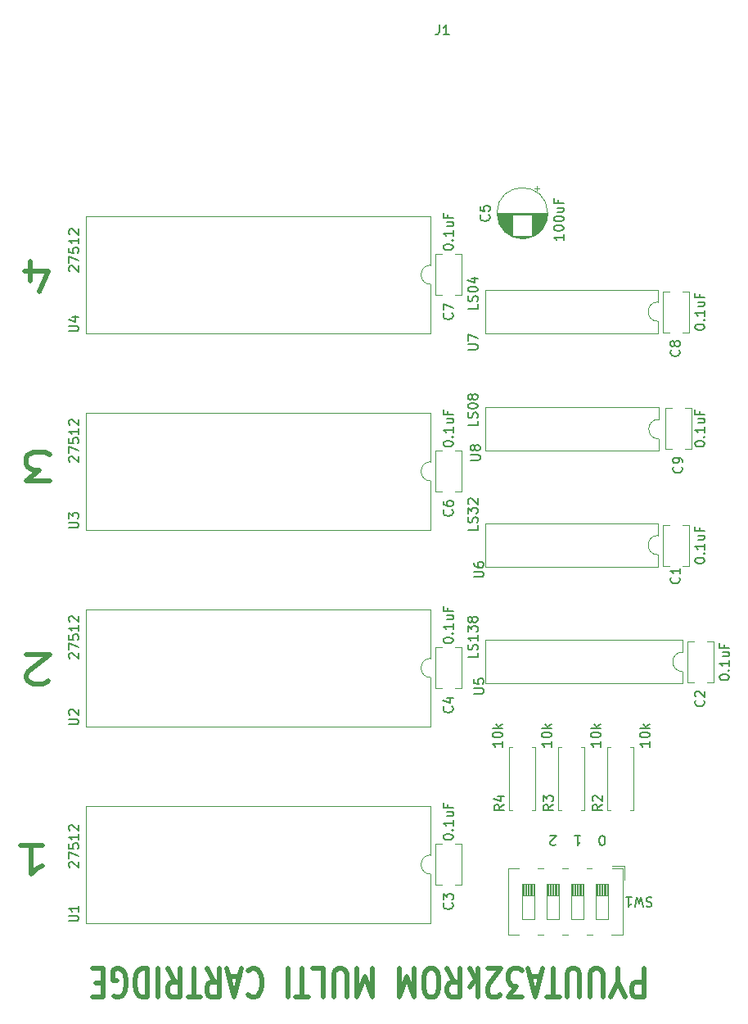
<source format=gto>
G04 #@! TF.GenerationSoftware,KiCad,Pcbnew,(5.1.9)-1*
G04 #@! TF.CreationDate,2025-03-23T14:15:07+09:00*
G04 #@! TF.ProjectId,PYUUTA32k,50595555-5441-4333-926b-2e6b69636164,rev?*
G04 #@! TF.SameCoordinates,PX53920b0PY93c3260*
G04 #@! TF.FileFunction,Legend,Top*
G04 #@! TF.FilePolarity,Positive*
%FSLAX46Y46*%
G04 Gerber Fmt 4.6, Leading zero omitted, Abs format (unit mm)*
G04 Created by KiCad (PCBNEW (5.1.9)-1) date 2025-03-23 14:15:07*
%MOMM*%
%LPD*%
G01*
G04 APERTURE LIST*
%ADD10C,0.150000*%
%ADD11C,0.500000*%
%ADD12C,0.120000*%
G04 APERTURE END LIST*
D10*
X50617380Y73175953D02*
X50617380Y72699762D01*
X49617380Y72699762D01*
X50569761Y73461667D02*
X50617380Y73604524D01*
X50617380Y73842620D01*
X50569761Y73937858D01*
X50522142Y73985477D01*
X50426904Y74033096D01*
X50331666Y74033096D01*
X50236428Y73985477D01*
X50188809Y73937858D01*
X50141190Y73842620D01*
X50093571Y73652143D01*
X50045952Y73556905D01*
X49998333Y73509286D01*
X49903095Y73461667D01*
X49807857Y73461667D01*
X49712619Y73509286D01*
X49665000Y73556905D01*
X49617380Y73652143D01*
X49617380Y73890239D01*
X49665000Y74033096D01*
X49617380Y74652143D02*
X49617380Y74747381D01*
X49665000Y74842620D01*
X49712619Y74890239D01*
X49807857Y74937858D01*
X49998333Y74985477D01*
X50236428Y74985477D01*
X50426904Y74937858D01*
X50522142Y74890239D01*
X50569761Y74842620D01*
X50617380Y74747381D01*
X50617380Y74652143D01*
X50569761Y74556905D01*
X50522142Y74509286D01*
X50426904Y74461667D01*
X50236428Y74414048D01*
X49998333Y74414048D01*
X49807857Y74461667D01*
X49712619Y74509286D01*
X49665000Y74556905D01*
X49617380Y74652143D01*
X49950714Y75842620D02*
X50617380Y75842620D01*
X49569761Y75604524D02*
X50284047Y75366429D01*
X50284047Y75985477D01*
X50617380Y61110953D02*
X50617380Y60634762D01*
X49617380Y60634762D01*
X50569761Y61396667D02*
X50617380Y61539524D01*
X50617380Y61777620D01*
X50569761Y61872858D01*
X50522142Y61920477D01*
X50426904Y61968096D01*
X50331666Y61968096D01*
X50236428Y61920477D01*
X50188809Y61872858D01*
X50141190Y61777620D01*
X50093571Y61587143D01*
X50045952Y61491905D01*
X49998333Y61444286D01*
X49903095Y61396667D01*
X49807857Y61396667D01*
X49712619Y61444286D01*
X49665000Y61491905D01*
X49617380Y61587143D01*
X49617380Y61825239D01*
X49665000Y61968096D01*
X49617380Y62587143D02*
X49617380Y62682381D01*
X49665000Y62777620D01*
X49712619Y62825239D01*
X49807857Y62872858D01*
X49998333Y62920477D01*
X50236428Y62920477D01*
X50426904Y62872858D01*
X50522142Y62825239D01*
X50569761Y62777620D01*
X50617380Y62682381D01*
X50617380Y62587143D01*
X50569761Y62491905D01*
X50522142Y62444286D01*
X50426904Y62396667D01*
X50236428Y62349048D01*
X49998333Y62349048D01*
X49807857Y62396667D01*
X49712619Y62444286D01*
X49665000Y62491905D01*
X49617380Y62587143D01*
X50045952Y63491905D02*
X49998333Y63396667D01*
X49950714Y63349048D01*
X49855476Y63301429D01*
X49807857Y63301429D01*
X49712619Y63349048D01*
X49665000Y63396667D01*
X49617380Y63491905D01*
X49617380Y63682381D01*
X49665000Y63777620D01*
X49712619Y63825239D01*
X49807857Y63872858D01*
X49855476Y63872858D01*
X49950714Y63825239D01*
X49998333Y63777620D01*
X50045952Y63682381D01*
X50045952Y63491905D01*
X50093571Y63396667D01*
X50141190Y63349048D01*
X50236428Y63301429D01*
X50426904Y63301429D01*
X50522142Y63349048D01*
X50569761Y63396667D01*
X50617380Y63491905D01*
X50617380Y63682381D01*
X50569761Y63777620D01*
X50522142Y63825239D01*
X50426904Y63872858D01*
X50236428Y63872858D01*
X50141190Y63825239D01*
X50093571Y63777620D01*
X50045952Y63682381D01*
X73112380Y70747143D02*
X73112380Y70842381D01*
X73160000Y70937620D01*
X73207619Y70985239D01*
X73302857Y71032858D01*
X73493333Y71080477D01*
X73731428Y71080477D01*
X73921904Y71032858D01*
X74017142Y70985239D01*
X74064761Y70937620D01*
X74112380Y70842381D01*
X74112380Y70747143D01*
X74064761Y70651905D01*
X74017142Y70604286D01*
X73921904Y70556667D01*
X73731428Y70509048D01*
X73493333Y70509048D01*
X73302857Y70556667D01*
X73207619Y70604286D01*
X73160000Y70651905D01*
X73112380Y70747143D01*
X74017142Y71509048D02*
X74064761Y71556667D01*
X74112380Y71509048D01*
X74064761Y71461429D01*
X74017142Y71509048D01*
X74112380Y71509048D01*
X74112380Y72509048D02*
X74112380Y71937620D01*
X74112380Y72223334D02*
X73112380Y72223334D01*
X73255238Y72128096D01*
X73350476Y72032858D01*
X73398095Y71937620D01*
X73445714Y73366191D02*
X74112380Y73366191D01*
X73445714Y72937620D02*
X73969523Y72937620D01*
X74064761Y72985239D01*
X74112380Y73080477D01*
X74112380Y73223334D01*
X74064761Y73318572D01*
X74017142Y73366191D01*
X73588571Y74175715D02*
X73588571Y73842381D01*
X74112380Y73842381D02*
X73112380Y73842381D01*
X73112380Y74318572D01*
X73112380Y58682143D02*
X73112380Y58777381D01*
X73160000Y58872620D01*
X73207619Y58920239D01*
X73302857Y58967858D01*
X73493333Y59015477D01*
X73731428Y59015477D01*
X73921904Y58967858D01*
X74017142Y58920239D01*
X74064761Y58872620D01*
X74112380Y58777381D01*
X74112380Y58682143D01*
X74064761Y58586905D01*
X74017142Y58539286D01*
X73921904Y58491667D01*
X73731428Y58444048D01*
X73493333Y58444048D01*
X73302857Y58491667D01*
X73207619Y58539286D01*
X73160000Y58586905D01*
X73112380Y58682143D01*
X74017142Y59444048D02*
X74064761Y59491667D01*
X74112380Y59444048D01*
X74064761Y59396429D01*
X74017142Y59444048D01*
X74112380Y59444048D01*
X74112380Y60444048D02*
X74112380Y59872620D01*
X74112380Y60158334D02*
X73112380Y60158334D01*
X73255238Y60063096D01*
X73350476Y59967858D01*
X73398095Y59872620D01*
X73445714Y61301191D02*
X74112380Y61301191D01*
X73445714Y60872620D02*
X73969523Y60872620D01*
X74064761Y60920239D01*
X74112380Y61015477D01*
X74112380Y61158334D01*
X74064761Y61253572D01*
X74017142Y61301191D01*
X73588571Y62110715D02*
X73588571Y61777381D01*
X74112380Y61777381D02*
X73112380Y61777381D01*
X73112380Y62253572D01*
D11*
X67846190Y4532143D02*
X67846190Y1532143D01*
X66970000Y1532143D01*
X66750952Y1675000D01*
X66641428Y1817858D01*
X66531904Y2103572D01*
X66531904Y2532143D01*
X66641428Y2817858D01*
X66750952Y2960715D01*
X66970000Y3103572D01*
X67846190Y3103572D01*
X65108095Y3103572D02*
X65108095Y4532143D01*
X65874761Y1532143D02*
X65108095Y3103572D01*
X64341428Y1532143D01*
X63574761Y1532143D02*
X63574761Y3960715D01*
X63465238Y4246429D01*
X63355714Y4389286D01*
X63136666Y4532143D01*
X62698571Y4532143D01*
X62479523Y4389286D01*
X62370000Y4246429D01*
X62260476Y3960715D01*
X62260476Y1532143D01*
X61165238Y1532143D02*
X61165238Y3960715D01*
X61055714Y4246429D01*
X60946190Y4389286D01*
X60727142Y4532143D01*
X60289047Y4532143D01*
X60070000Y4389286D01*
X59960476Y4246429D01*
X59850952Y3960715D01*
X59850952Y1532143D01*
X59084285Y1532143D02*
X57770000Y1532143D01*
X58427142Y4532143D02*
X58427142Y1532143D01*
X57112857Y3675000D02*
X56017619Y3675000D01*
X57331904Y4532143D02*
X56565238Y1532143D01*
X55798571Y4532143D01*
X55250952Y1532143D02*
X53827142Y1532143D01*
X54593809Y2675000D01*
X54265238Y2675000D01*
X54046190Y2817858D01*
X53936666Y2960715D01*
X53827142Y3246429D01*
X53827142Y3960715D01*
X53936666Y4246429D01*
X54046190Y4389286D01*
X54265238Y4532143D01*
X54922380Y4532143D01*
X55141428Y4389286D01*
X55250952Y4246429D01*
X52950952Y1817858D02*
X52841428Y1675000D01*
X52622380Y1532143D01*
X52074761Y1532143D01*
X51855714Y1675000D01*
X51746190Y1817858D01*
X51636666Y2103572D01*
X51636666Y2389286D01*
X51746190Y2817858D01*
X53060476Y4532143D01*
X51636666Y4532143D01*
X50650952Y4532143D02*
X50650952Y1532143D01*
X50431904Y3389286D02*
X49774761Y4532143D01*
X49774761Y2532143D02*
X50650952Y3675000D01*
X47474761Y4532143D02*
X48241428Y3103572D01*
X48789047Y4532143D02*
X48789047Y1532143D01*
X47912857Y1532143D01*
X47693809Y1675000D01*
X47584285Y1817858D01*
X47474761Y2103572D01*
X47474761Y2532143D01*
X47584285Y2817858D01*
X47693809Y2960715D01*
X47912857Y3103572D01*
X48789047Y3103572D01*
X46050952Y1532143D02*
X45612857Y1532143D01*
X45393809Y1675000D01*
X45174761Y1960715D01*
X45065238Y2532143D01*
X45065238Y3532143D01*
X45174761Y4103572D01*
X45393809Y4389286D01*
X45612857Y4532143D01*
X46050952Y4532143D01*
X46270000Y4389286D01*
X46489047Y4103572D01*
X46598571Y3532143D01*
X46598571Y2532143D01*
X46489047Y1960715D01*
X46270000Y1675000D01*
X46050952Y1532143D01*
X44079523Y4532143D02*
X44079523Y1532143D01*
X43312857Y3675000D01*
X42546190Y1532143D01*
X42546190Y4532143D01*
X39698571Y4532143D02*
X39698571Y1532143D01*
X38931904Y3675000D01*
X38165238Y1532143D01*
X38165238Y4532143D01*
X37070000Y1532143D02*
X37070000Y3960715D01*
X36960476Y4246429D01*
X36850952Y4389286D01*
X36631904Y4532143D01*
X36193809Y4532143D01*
X35974761Y4389286D01*
X35865238Y4246429D01*
X35755714Y3960715D01*
X35755714Y1532143D01*
X33565238Y4532143D02*
X34660476Y4532143D01*
X34660476Y1532143D01*
X33127142Y1532143D02*
X31812857Y1532143D01*
X32470000Y4532143D02*
X32470000Y1532143D01*
X31046190Y4532143D02*
X31046190Y1532143D01*
X26884285Y4246429D02*
X26993809Y4389286D01*
X27322380Y4532143D01*
X27541428Y4532143D01*
X27870000Y4389286D01*
X28089047Y4103572D01*
X28198571Y3817858D01*
X28308095Y3246429D01*
X28308095Y2817858D01*
X28198571Y2246429D01*
X28089047Y1960715D01*
X27870000Y1675000D01*
X27541428Y1532143D01*
X27322380Y1532143D01*
X26993809Y1675000D01*
X26884285Y1817858D01*
X26008095Y3675000D02*
X24912857Y3675000D01*
X26227142Y4532143D02*
X25460476Y1532143D01*
X24693809Y4532143D01*
X22612857Y4532143D02*
X23379523Y3103572D01*
X23927142Y4532143D02*
X23927142Y1532143D01*
X23050952Y1532143D01*
X22831904Y1675000D01*
X22722380Y1817858D01*
X22612857Y2103572D01*
X22612857Y2532143D01*
X22722380Y2817858D01*
X22831904Y2960715D01*
X23050952Y3103572D01*
X23927142Y3103572D01*
X21955714Y1532143D02*
X20641428Y1532143D01*
X21298571Y4532143D02*
X21298571Y1532143D01*
X18560476Y4532143D02*
X19327142Y3103572D01*
X19874761Y4532143D02*
X19874761Y1532143D01*
X18998571Y1532143D01*
X18779523Y1675000D01*
X18670000Y1817858D01*
X18560476Y2103572D01*
X18560476Y2532143D01*
X18670000Y2817858D01*
X18779523Y2960715D01*
X18998571Y3103572D01*
X19874761Y3103572D01*
X17574761Y4532143D02*
X17574761Y1532143D01*
X16479523Y4532143D02*
X16479523Y1532143D01*
X15931904Y1532143D01*
X15603333Y1675000D01*
X15384285Y1960715D01*
X15274761Y2246429D01*
X15165238Y2817858D01*
X15165238Y3246429D01*
X15274761Y3817858D01*
X15384285Y4103572D01*
X15603333Y4389286D01*
X15931904Y4532143D01*
X16479523Y4532143D01*
X12974761Y1675000D02*
X13193809Y1532143D01*
X13522380Y1532143D01*
X13850952Y1675000D01*
X14070000Y1960715D01*
X14179523Y2246429D01*
X14289047Y2817858D01*
X14289047Y3246429D01*
X14179523Y3817858D01*
X14070000Y4103572D01*
X13850952Y4389286D01*
X13522380Y4532143D01*
X13303333Y4532143D01*
X12974761Y4389286D01*
X12865238Y4246429D01*
X12865238Y3246429D01*
X13303333Y3246429D01*
X11879523Y2960715D02*
X11112857Y2960715D01*
X10784285Y4532143D02*
X11879523Y4532143D01*
X11879523Y1532143D01*
X10784285Y1532143D01*
X4318095Y75557143D02*
X4318095Y77557143D01*
X5270476Y74414286D02*
X6222857Y76557143D01*
X3746666Y76557143D01*
X6413333Y54872143D02*
X3937142Y54872143D01*
X5270476Y56015000D01*
X4699047Y56015000D01*
X4318095Y56157858D01*
X4127619Y56300715D01*
X3937142Y56586429D01*
X3937142Y57300715D01*
X4127619Y57586429D01*
X4318095Y57729286D01*
X4699047Y57872143D01*
X5841904Y57872143D01*
X6222857Y57729286D01*
X6413333Y57586429D01*
X6222857Y34202858D02*
X6032380Y34060000D01*
X5651428Y33917143D01*
X4699047Y33917143D01*
X4318095Y34060000D01*
X4127619Y34202858D01*
X3937142Y34488572D01*
X3937142Y34774286D01*
X4127619Y35202858D01*
X6413333Y36917143D01*
X3937142Y36917143D01*
X3302142Y17232143D02*
X5587857Y17232143D01*
X4445000Y17232143D02*
X4445000Y14232143D01*
X4825952Y14660715D01*
X5206904Y14946429D01*
X5587857Y15089286D01*
D10*
X50617380Y37139762D02*
X50617380Y36663572D01*
X49617380Y36663572D01*
X50569761Y37425477D02*
X50617380Y37568334D01*
X50617380Y37806429D01*
X50569761Y37901667D01*
X50522142Y37949286D01*
X50426904Y37996905D01*
X50331666Y37996905D01*
X50236428Y37949286D01*
X50188809Y37901667D01*
X50141190Y37806429D01*
X50093571Y37615953D01*
X50045952Y37520715D01*
X49998333Y37473096D01*
X49903095Y37425477D01*
X49807857Y37425477D01*
X49712619Y37473096D01*
X49665000Y37520715D01*
X49617380Y37615953D01*
X49617380Y37854048D01*
X49665000Y37996905D01*
X50617380Y38949286D02*
X50617380Y38377858D01*
X50617380Y38663572D02*
X49617380Y38663572D01*
X49760238Y38568334D01*
X49855476Y38473096D01*
X49903095Y38377858D01*
X49617380Y39282620D02*
X49617380Y39901667D01*
X49998333Y39568334D01*
X49998333Y39711191D01*
X50045952Y39806429D01*
X50093571Y39854048D01*
X50188809Y39901667D01*
X50426904Y39901667D01*
X50522142Y39854048D01*
X50569761Y39806429D01*
X50617380Y39711191D01*
X50617380Y39425477D01*
X50569761Y39330239D01*
X50522142Y39282620D01*
X50045952Y40473096D02*
X49998333Y40377858D01*
X49950714Y40330239D01*
X49855476Y40282620D01*
X49807857Y40282620D01*
X49712619Y40330239D01*
X49665000Y40377858D01*
X49617380Y40473096D01*
X49617380Y40663572D01*
X49665000Y40758810D01*
X49712619Y40806429D01*
X49807857Y40854048D01*
X49855476Y40854048D01*
X49950714Y40806429D01*
X49998333Y40758810D01*
X50045952Y40663572D01*
X50045952Y40473096D01*
X50093571Y40377858D01*
X50141190Y40330239D01*
X50236428Y40282620D01*
X50426904Y40282620D01*
X50522142Y40330239D01*
X50569761Y40377858D01*
X50617380Y40473096D01*
X50617380Y40663572D01*
X50569761Y40758810D01*
X50522142Y40806429D01*
X50426904Y40854048D01*
X50236428Y40854048D01*
X50141190Y40806429D01*
X50093571Y40758810D01*
X50045952Y40663572D01*
X50617380Y50315953D02*
X50617380Y49839762D01*
X49617380Y49839762D01*
X50569761Y50601667D02*
X50617380Y50744524D01*
X50617380Y50982620D01*
X50569761Y51077858D01*
X50522142Y51125477D01*
X50426904Y51173096D01*
X50331666Y51173096D01*
X50236428Y51125477D01*
X50188809Y51077858D01*
X50141190Y50982620D01*
X50093571Y50792143D01*
X50045952Y50696905D01*
X49998333Y50649286D01*
X49903095Y50601667D01*
X49807857Y50601667D01*
X49712619Y50649286D01*
X49665000Y50696905D01*
X49617380Y50792143D01*
X49617380Y51030239D01*
X49665000Y51173096D01*
X49617380Y51506429D02*
X49617380Y52125477D01*
X49998333Y51792143D01*
X49998333Y51935000D01*
X50045952Y52030239D01*
X50093571Y52077858D01*
X50188809Y52125477D01*
X50426904Y52125477D01*
X50522142Y52077858D01*
X50569761Y52030239D01*
X50617380Y51935000D01*
X50617380Y51649286D01*
X50569761Y51554048D01*
X50522142Y51506429D01*
X49712619Y52506429D02*
X49665000Y52554048D01*
X49617380Y52649286D01*
X49617380Y52887381D01*
X49665000Y52982620D01*
X49712619Y53030239D01*
X49807857Y53077858D01*
X49903095Y53077858D01*
X50045952Y53030239D01*
X50617380Y52458810D01*
X50617380Y53077858D01*
X8437619Y76549524D02*
X8390000Y76597143D01*
X8342380Y76692381D01*
X8342380Y76930477D01*
X8390000Y77025715D01*
X8437619Y77073334D01*
X8532857Y77120953D01*
X8628095Y77120953D01*
X8770952Y77073334D01*
X9342380Y76501905D01*
X9342380Y77120953D01*
X8342380Y77454286D02*
X8342380Y78120953D01*
X9342380Y77692381D01*
X8342380Y78978096D02*
X8342380Y78501905D01*
X8818571Y78454286D01*
X8770952Y78501905D01*
X8723333Y78597143D01*
X8723333Y78835239D01*
X8770952Y78930477D01*
X8818571Y78978096D01*
X8913809Y79025715D01*
X9151904Y79025715D01*
X9247142Y78978096D01*
X9294761Y78930477D01*
X9342380Y78835239D01*
X9342380Y78597143D01*
X9294761Y78501905D01*
X9247142Y78454286D01*
X9342380Y79978096D02*
X9342380Y79406667D01*
X9342380Y79692381D02*
X8342380Y79692381D01*
X8485238Y79597143D01*
X8580476Y79501905D01*
X8628095Y79406667D01*
X8437619Y80359048D02*
X8390000Y80406667D01*
X8342380Y80501905D01*
X8342380Y80740000D01*
X8390000Y80835239D01*
X8437619Y80882858D01*
X8532857Y80930477D01*
X8628095Y80930477D01*
X8770952Y80882858D01*
X9342380Y80311429D01*
X9342380Y80930477D01*
X8437619Y56864524D02*
X8390000Y56912143D01*
X8342380Y57007381D01*
X8342380Y57245477D01*
X8390000Y57340715D01*
X8437619Y57388334D01*
X8532857Y57435953D01*
X8628095Y57435953D01*
X8770952Y57388334D01*
X9342380Y56816905D01*
X9342380Y57435953D01*
X8342380Y57769286D02*
X8342380Y58435953D01*
X9342380Y58007381D01*
X8342380Y59293096D02*
X8342380Y58816905D01*
X8818571Y58769286D01*
X8770952Y58816905D01*
X8723333Y58912143D01*
X8723333Y59150239D01*
X8770952Y59245477D01*
X8818571Y59293096D01*
X8913809Y59340715D01*
X9151904Y59340715D01*
X9247142Y59293096D01*
X9294761Y59245477D01*
X9342380Y59150239D01*
X9342380Y58912143D01*
X9294761Y58816905D01*
X9247142Y58769286D01*
X9342380Y60293096D02*
X9342380Y59721667D01*
X9342380Y60007381D02*
X8342380Y60007381D01*
X8485238Y59912143D01*
X8580476Y59816905D01*
X8628095Y59721667D01*
X8437619Y60674048D02*
X8390000Y60721667D01*
X8342380Y60816905D01*
X8342380Y61055000D01*
X8390000Y61150239D01*
X8437619Y61197858D01*
X8532857Y61245477D01*
X8628095Y61245477D01*
X8770952Y61197858D01*
X9342380Y60626429D01*
X9342380Y61245477D01*
X8437619Y36544524D02*
X8390000Y36592143D01*
X8342380Y36687381D01*
X8342380Y36925477D01*
X8390000Y37020715D01*
X8437619Y37068334D01*
X8532857Y37115953D01*
X8628095Y37115953D01*
X8770952Y37068334D01*
X9342380Y36496905D01*
X9342380Y37115953D01*
X8342380Y37449286D02*
X8342380Y38115953D01*
X9342380Y37687381D01*
X8342380Y38973096D02*
X8342380Y38496905D01*
X8818571Y38449286D01*
X8770952Y38496905D01*
X8723333Y38592143D01*
X8723333Y38830239D01*
X8770952Y38925477D01*
X8818571Y38973096D01*
X8913809Y39020715D01*
X9151904Y39020715D01*
X9247142Y38973096D01*
X9294761Y38925477D01*
X9342380Y38830239D01*
X9342380Y38592143D01*
X9294761Y38496905D01*
X9247142Y38449286D01*
X9342380Y39973096D02*
X9342380Y39401667D01*
X9342380Y39687381D02*
X8342380Y39687381D01*
X8485238Y39592143D01*
X8580476Y39496905D01*
X8628095Y39401667D01*
X8437619Y40354048D02*
X8390000Y40401667D01*
X8342380Y40496905D01*
X8342380Y40735000D01*
X8390000Y40830239D01*
X8437619Y40877858D01*
X8532857Y40925477D01*
X8628095Y40925477D01*
X8770952Y40877858D01*
X9342380Y40306429D01*
X9342380Y40925477D01*
X8437619Y14954524D02*
X8390000Y15002143D01*
X8342380Y15097381D01*
X8342380Y15335477D01*
X8390000Y15430715D01*
X8437619Y15478334D01*
X8532857Y15525953D01*
X8628095Y15525953D01*
X8770952Y15478334D01*
X9342380Y14906905D01*
X9342380Y15525953D01*
X8342380Y15859286D02*
X8342380Y16525953D01*
X9342380Y16097381D01*
X8342380Y17383096D02*
X8342380Y16906905D01*
X8818571Y16859286D01*
X8770952Y16906905D01*
X8723333Y17002143D01*
X8723333Y17240239D01*
X8770952Y17335477D01*
X8818571Y17383096D01*
X8913809Y17430715D01*
X9151904Y17430715D01*
X9247142Y17383096D01*
X9294761Y17335477D01*
X9342380Y17240239D01*
X9342380Y17002143D01*
X9294761Y16906905D01*
X9247142Y16859286D01*
X9342380Y18383096D02*
X9342380Y17811667D01*
X9342380Y18097381D02*
X8342380Y18097381D01*
X8485238Y18002143D01*
X8580476Y17906905D01*
X8628095Y17811667D01*
X8437619Y18764048D02*
X8390000Y18811667D01*
X8342380Y18906905D01*
X8342380Y19145000D01*
X8390000Y19240239D01*
X8437619Y19287858D01*
X8532857Y19335477D01*
X8628095Y19335477D01*
X8770952Y19287858D01*
X9342380Y18716429D01*
X9342380Y19335477D01*
X68397380Y27979762D02*
X68397380Y27408334D01*
X68397380Y27694048D02*
X67397380Y27694048D01*
X67540238Y27598810D01*
X67635476Y27503572D01*
X67683095Y27408334D01*
X67397380Y28598810D02*
X67397380Y28694048D01*
X67445000Y28789286D01*
X67492619Y28836905D01*
X67587857Y28884524D01*
X67778333Y28932143D01*
X68016428Y28932143D01*
X68206904Y28884524D01*
X68302142Y28836905D01*
X68349761Y28789286D01*
X68397380Y28694048D01*
X68397380Y28598810D01*
X68349761Y28503572D01*
X68302142Y28455953D01*
X68206904Y28408334D01*
X68016428Y28360715D01*
X67778333Y28360715D01*
X67587857Y28408334D01*
X67492619Y28455953D01*
X67445000Y28503572D01*
X67397380Y28598810D01*
X68397380Y29360715D02*
X67397380Y29360715D01*
X68016428Y29455953D02*
X68397380Y29741667D01*
X67730714Y29741667D02*
X68111666Y29360715D01*
X63317380Y27979762D02*
X63317380Y27408334D01*
X63317380Y27694048D02*
X62317380Y27694048D01*
X62460238Y27598810D01*
X62555476Y27503572D01*
X62603095Y27408334D01*
X62317380Y28598810D02*
X62317380Y28694048D01*
X62365000Y28789286D01*
X62412619Y28836905D01*
X62507857Y28884524D01*
X62698333Y28932143D01*
X62936428Y28932143D01*
X63126904Y28884524D01*
X63222142Y28836905D01*
X63269761Y28789286D01*
X63317380Y28694048D01*
X63317380Y28598810D01*
X63269761Y28503572D01*
X63222142Y28455953D01*
X63126904Y28408334D01*
X62936428Y28360715D01*
X62698333Y28360715D01*
X62507857Y28408334D01*
X62412619Y28455953D01*
X62365000Y28503572D01*
X62317380Y28598810D01*
X63317380Y29360715D02*
X62317380Y29360715D01*
X62936428Y29455953D02*
X63317380Y29741667D01*
X62650714Y29741667D02*
X63031666Y29360715D01*
X58237380Y27979762D02*
X58237380Y27408334D01*
X58237380Y27694048D02*
X57237380Y27694048D01*
X57380238Y27598810D01*
X57475476Y27503572D01*
X57523095Y27408334D01*
X57237380Y28598810D02*
X57237380Y28694048D01*
X57285000Y28789286D01*
X57332619Y28836905D01*
X57427857Y28884524D01*
X57618333Y28932143D01*
X57856428Y28932143D01*
X58046904Y28884524D01*
X58142142Y28836905D01*
X58189761Y28789286D01*
X58237380Y28694048D01*
X58237380Y28598810D01*
X58189761Y28503572D01*
X58142142Y28455953D01*
X58046904Y28408334D01*
X57856428Y28360715D01*
X57618333Y28360715D01*
X57427857Y28408334D01*
X57332619Y28455953D01*
X57285000Y28503572D01*
X57237380Y28598810D01*
X58237380Y29360715D02*
X57237380Y29360715D01*
X57856428Y29455953D02*
X58237380Y29741667D01*
X57570714Y29741667D02*
X57951666Y29360715D01*
X53157380Y27979762D02*
X53157380Y27408334D01*
X53157380Y27694048D02*
X52157380Y27694048D01*
X52300238Y27598810D01*
X52395476Y27503572D01*
X52443095Y27408334D01*
X52157380Y28598810D02*
X52157380Y28694048D01*
X52205000Y28789286D01*
X52252619Y28836905D01*
X52347857Y28884524D01*
X52538333Y28932143D01*
X52776428Y28932143D01*
X52966904Y28884524D01*
X53062142Y28836905D01*
X53109761Y28789286D01*
X53157380Y28694048D01*
X53157380Y28598810D01*
X53109761Y28503572D01*
X53062142Y28455953D01*
X52966904Y28408334D01*
X52776428Y28360715D01*
X52538333Y28360715D01*
X52347857Y28408334D01*
X52252619Y28455953D01*
X52205000Y28503572D01*
X52157380Y28598810D01*
X53157380Y29360715D02*
X52157380Y29360715D01*
X52776428Y29455953D02*
X53157380Y29741667D01*
X52490714Y29741667D02*
X52871666Y29360715D01*
X59507380Y80367381D02*
X59507380Y79795953D01*
X59507380Y80081667D02*
X58507380Y80081667D01*
X58650238Y79986429D01*
X58745476Y79891191D01*
X58793095Y79795953D01*
X58507380Y80986429D02*
X58507380Y81081667D01*
X58555000Y81176905D01*
X58602619Y81224524D01*
X58697857Y81272143D01*
X58888333Y81319762D01*
X59126428Y81319762D01*
X59316904Y81272143D01*
X59412142Y81224524D01*
X59459761Y81176905D01*
X59507380Y81081667D01*
X59507380Y80986429D01*
X59459761Y80891191D01*
X59412142Y80843572D01*
X59316904Y80795953D01*
X59126428Y80748334D01*
X58888333Y80748334D01*
X58697857Y80795953D01*
X58602619Y80843572D01*
X58555000Y80891191D01*
X58507380Y80986429D01*
X58507380Y81938810D02*
X58507380Y82034048D01*
X58555000Y82129286D01*
X58602619Y82176905D01*
X58697857Y82224524D01*
X58888333Y82272143D01*
X59126428Y82272143D01*
X59316904Y82224524D01*
X59412142Y82176905D01*
X59459761Y82129286D01*
X59507380Y82034048D01*
X59507380Y81938810D01*
X59459761Y81843572D01*
X59412142Y81795953D01*
X59316904Y81748334D01*
X59126428Y81700715D01*
X58888333Y81700715D01*
X58697857Y81748334D01*
X58602619Y81795953D01*
X58555000Y81843572D01*
X58507380Y81938810D01*
X58840714Y83129286D02*
X59507380Y83129286D01*
X58840714Y82700715D02*
X59364523Y82700715D01*
X59459761Y82748334D01*
X59507380Y82843572D01*
X59507380Y82986429D01*
X59459761Y83081667D01*
X59412142Y83129286D01*
X58983571Y83938810D02*
X58983571Y83605477D01*
X59507380Y83605477D02*
X58507380Y83605477D01*
X58507380Y84081667D01*
X47077380Y79002143D02*
X47077380Y79097381D01*
X47125000Y79192620D01*
X47172619Y79240239D01*
X47267857Y79287858D01*
X47458333Y79335477D01*
X47696428Y79335477D01*
X47886904Y79287858D01*
X47982142Y79240239D01*
X48029761Y79192620D01*
X48077380Y79097381D01*
X48077380Y79002143D01*
X48029761Y78906905D01*
X47982142Y78859286D01*
X47886904Y78811667D01*
X47696428Y78764048D01*
X47458333Y78764048D01*
X47267857Y78811667D01*
X47172619Y78859286D01*
X47125000Y78906905D01*
X47077380Y79002143D01*
X47982142Y79764048D02*
X48029761Y79811667D01*
X48077380Y79764048D01*
X48029761Y79716429D01*
X47982142Y79764048D01*
X48077380Y79764048D01*
X48077380Y80764048D02*
X48077380Y80192620D01*
X48077380Y80478334D02*
X47077380Y80478334D01*
X47220238Y80383096D01*
X47315476Y80287858D01*
X47363095Y80192620D01*
X47410714Y81621191D02*
X48077380Y81621191D01*
X47410714Y81192620D02*
X47934523Y81192620D01*
X48029761Y81240239D01*
X48077380Y81335477D01*
X48077380Y81478334D01*
X48029761Y81573572D01*
X47982142Y81621191D01*
X47553571Y82430715D02*
X47553571Y82097381D01*
X48077380Y82097381D02*
X47077380Y82097381D01*
X47077380Y82573572D01*
X47077380Y58682143D02*
X47077380Y58777381D01*
X47125000Y58872620D01*
X47172619Y58920239D01*
X47267857Y58967858D01*
X47458333Y59015477D01*
X47696428Y59015477D01*
X47886904Y58967858D01*
X47982142Y58920239D01*
X48029761Y58872620D01*
X48077380Y58777381D01*
X48077380Y58682143D01*
X48029761Y58586905D01*
X47982142Y58539286D01*
X47886904Y58491667D01*
X47696428Y58444048D01*
X47458333Y58444048D01*
X47267857Y58491667D01*
X47172619Y58539286D01*
X47125000Y58586905D01*
X47077380Y58682143D01*
X47982142Y59444048D02*
X48029761Y59491667D01*
X48077380Y59444048D01*
X48029761Y59396429D01*
X47982142Y59444048D01*
X48077380Y59444048D01*
X48077380Y60444048D02*
X48077380Y59872620D01*
X48077380Y60158334D02*
X47077380Y60158334D01*
X47220238Y60063096D01*
X47315476Y59967858D01*
X47363095Y59872620D01*
X47410714Y61301191D02*
X48077380Y61301191D01*
X47410714Y60872620D02*
X47934523Y60872620D01*
X48029761Y60920239D01*
X48077380Y61015477D01*
X48077380Y61158334D01*
X48029761Y61253572D01*
X47982142Y61301191D01*
X47553571Y62110715D02*
X47553571Y61777381D01*
X48077380Y61777381D02*
X47077380Y61777381D01*
X47077380Y62253572D01*
X73112380Y46617143D02*
X73112380Y46712381D01*
X73160000Y46807620D01*
X73207619Y46855239D01*
X73302857Y46902858D01*
X73493333Y46950477D01*
X73731428Y46950477D01*
X73921904Y46902858D01*
X74017142Y46855239D01*
X74064761Y46807620D01*
X74112380Y46712381D01*
X74112380Y46617143D01*
X74064761Y46521905D01*
X74017142Y46474286D01*
X73921904Y46426667D01*
X73731428Y46379048D01*
X73493333Y46379048D01*
X73302857Y46426667D01*
X73207619Y46474286D01*
X73160000Y46521905D01*
X73112380Y46617143D01*
X74017142Y47379048D02*
X74064761Y47426667D01*
X74112380Y47379048D01*
X74064761Y47331429D01*
X74017142Y47379048D01*
X74112380Y47379048D01*
X74112380Y48379048D02*
X74112380Y47807620D01*
X74112380Y48093334D02*
X73112380Y48093334D01*
X73255238Y47998096D01*
X73350476Y47902858D01*
X73398095Y47807620D01*
X73445714Y49236191D02*
X74112380Y49236191D01*
X73445714Y48807620D02*
X73969523Y48807620D01*
X74064761Y48855239D01*
X74112380Y48950477D01*
X74112380Y49093334D01*
X74064761Y49188572D01*
X74017142Y49236191D01*
X73588571Y50045715D02*
X73588571Y49712381D01*
X74112380Y49712381D02*
X73112380Y49712381D01*
X73112380Y50188572D01*
X75652380Y34552143D02*
X75652380Y34647381D01*
X75700000Y34742620D01*
X75747619Y34790239D01*
X75842857Y34837858D01*
X76033333Y34885477D01*
X76271428Y34885477D01*
X76461904Y34837858D01*
X76557142Y34790239D01*
X76604761Y34742620D01*
X76652380Y34647381D01*
X76652380Y34552143D01*
X76604761Y34456905D01*
X76557142Y34409286D01*
X76461904Y34361667D01*
X76271428Y34314048D01*
X76033333Y34314048D01*
X75842857Y34361667D01*
X75747619Y34409286D01*
X75700000Y34456905D01*
X75652380Y34552143D01*
X76557142Y35314048D02*
X76604761Y35361667D01*
X76652380Y35314048D01*
X76604761Y35266429D01*
X76557142Y35314048D01*
X76652380Y35314048D01*
X76652380Y36314048D02*
X76652380Y35742620D01*
X76652380Y36028334D02*
X75652380Y36028334D01*
X75795238Y35933096D01*
X75890476Y35837858D01*
X75938095Y35742620D01*
X75985714Y37171191D02*
X76652380Y37171191D01*
X75985714Y36742620D02*
X76509523Y36742620D01*
X76604761Y36790239D01*
X76652380Y36885477D01*
X76652380Y37028334D01*
X76604761Y37123572D01*
X76557142Y37171191D01*
X76128571Y37980715D02*
X76128571Y37647381D01*
X76652380Y37647381D02*
X75652380Y37647381D01*
X75652380Y38123572D01*
X47077380Y38362143D02*
X47077380Y38457381D01*
X47125000Y38552620D01*
X47172619Y38600239D01*
X47267857Y38647858D01*
X47458333Y38695477D01*
X47696428Y38695477D01*
X47886904Y38647858D01*
X47982142Y38600239D01*
X48029761Y38552620D01*
X48077380Y38457381D01*
X48077380Y38362143D01*
X48029761Y38266905D01*
X47982142Y38219286D01*
X47886904Y38171667D01*
X47696428Y38124048D01*
X47458333Y38124048D01*
X47267857Y38171667D01*
X47172619Y38219286D01*
X47125000Y38266905D01*
X47077380Y38362143D01*
X47982142Y39124048D02*
X48029761Y39171667D01*
X48077380Y39124048D01*
X48029761Y39076429D01*
X47982142Y39124048D01*
X48077380Y39124048D01*
X48077380Y40124048D02*
X48077380Y39552620D01*
X48077380Y39838334D02*
X47077380Y39838334D01*
X47220238Y39743096D01*
X47315476Y39647858D01*
X47363095Y39552620D01*
X47410714Y40981191D02*
X48077380Y40981191D01*
X47410714Y40552620D02*
X47934523Y40552620D01*
X48029761Y40600239D01*
X48077380Y40695477D01*
X48077380Y40838334D01*
X48029761Y40933572D01*
X47982142Y40981191D01*
X47553571Y41790715D02*
X47553571Y41457381D01*
X48077380Y41457381D02*
X47077380Y41457381D01*
X47077380Y41933572D01*
X47077380Y18042143D02*
X47077380Y18137381D01*
X47125000Y18232620D01*
X47172619Y18280239D01*
X47267857Y18327858D01*
X47458333Y18375477D01*
X47696428Y18375477D01*
X47886904Y18327858D01*
X47982142Y18280239D01*
X48029761Y18232620D01*
X48077380Y18137381D01*
X48077380Y18042143D01*
X48029761Y17946905D01*
X47982142Y17899286D01*
X47886904Y17851667D01*
X47696428Y17804048D01*
X47458333Y17804048D01*
X47267857Y17851667D01*
X47172619Y17899286D01*
X47125000Y17946905D01*
X47077380Y18042143D01*
X47982142Y18804048D02*
X48029761Y18851667D01*
X48077380Y18804048D01*
X48029761Y18756429D01*
X47982142Y18804048D01*
X48077380Y18804048D01*
X48077380Y19804048D02*
X48077380Y19232620D01*
X48077380Y19518334D02*
X47077380Y19518334D01*
X47220238Y19423096D01*
X47315476Y19327858D01*
X47363095Y19232620D01*
X47410714Y20661191D02*
X48077380Y20661191D01*
X47410714Y20232620D02*
X47934523Y20232620D01*
X48029761Y20280239D01*
X48077380Y20375477D01*
X48077380Y20518334D01*
X48029761Y20613572D01*
X47982142Y20661191D01*
X47553571Y21470715D02*
X47553571Y21137381D01*
X48077380Y21137381D02*
X47077380Y21137381D01*
X47077380Y21613572D01*
X58705714Y17327620D02*
X58658095Y17280000D01*
X58562857Y17232381D01*
X58324761Y17232381D01*
X58229523Y17280000D01*
X58181904Y17327620D01*
X58134285Y17422858D01*
X58134285Y17518096D01*
X58181904Y17660953D01*
X58753333Y18232381D01*
X58134285Y18232381D01*
X60674285Y18232381D02*
X61245714Y18232381D01*
X60960000Y18232381D02*
X60960000Y17232381D01*
X61055238Y17375239D01*
X61150476Y17470477D01*
X61245714Y17518096D01*
X63547619Y17232381D02*
X63452380Y17232381D01*
X63357142Y17280000D01*
X63309523Y17327620D01*
X63261904Y17422858D01*
X63214285Y17613334D01*
X63214285Y17851429D01*
X63261904Y18041905D01*
X63309523Y18137143D01*
X63357142Y18184762D01*
X63452380Y18232381D01*
X63547619Y18232381D01*
X63642857Y18184762D01*
X63690476Y18137143D01*
X63738095Y18041905D01*
X63785714Y17851429D01*
X63785714Y17613334D01*
X63738095Y17422858D01*
X63690476Y17327620D01*
X63642857Y17280000D01*
X63547619Y17232381D01*
D12*
X71785000Y50360000D02*
X72490000Y50360000D01*
X69750000Y50360000D02*
X70455000Y50360000D01*
X71785000Y46120000D02*
X72490000Y46120000D01*
X69750000Y46120000D02*
X70455000Y46120000D01*
X72490000Y46120000D02*
X72490000Y50360000D01*
X69750000Y46120000D02*
X69750000Y50360000D01*
X75030000Y38335000D02*
X75030000Y34095000D01*
X72290000Y38335000D02*
X72290000Y34095000D01*
X75030000Y38335000D02*
X74325000Y38335000D01*
X72995000Y38335000D02*
X72290000Y38335000D01*
X75030000Y34095000D02*
X74325000Y34095000D01*
X72995000Y34095000D02*
X72290000Y34095000D01*
X46960000Y13140000D02*
X46255000Y13140000D01*
X48995000Y13140000D02*
X48290000Y13140000D01*
X46960000Y17380000D02*
X46255000Y17380000D01*
X48995000Y17380000D02*
X48290000Y17380000D01*
X46255000Y17380000D02*
X46255000Y13140000D01*
X48995000Y17380000D02*
X48995000Y13140000D01*
X48995000Y37700000D02*
X48995000Y33460000D01*
X46255000Y37700000D02*
X46255000Y33460000D01*
X48995000Y37700000D02*
X48290000Y37700000D01*
X46960000Y37700000D02*
X46255000Y37700000D01*
X48995000Y33460000D02*
X48290000Y33460000D01*
X46960000Y33460000D02*
X46255000Y33460000D01*
X48995000Y58020000D02*
X48995000Y53780000D01*
X46255000Y58020000D02*
X46255000Y53780000D01*
X48995000Y58020000D02*
X48290000Y58020000D01*
X46960000Y58020000D02*
X46255000Y58020000D01*
X48995000Y53780000D02*
X48290000Y53780000D01*
X46960000Y53780000D02*
X46255000Y53780000D01*
X46960000Y74100000D02*
X46255000Y74100000D01*
X48995000Y74100000D02*
X48290000Y74100000D01*
X46960000Y78340000D02*
X46255000Y78340000D01*
X48995000Y78340000D02*
X48290000Y78340000D01*
X46255000Y78340000D02*
X46255000Y74100000D01*
X48995000Y78340000D02*
X48995000Y74100000D01*
X66775000Y27400000D02*
X66445000Y27400000D01*
X66775000Y20860000D02*
X66775000Y27400000D01*
X66445000Y20860000D02*
X66775000Y20860000D01*
X64035000Y27400000D02*
X64365000Y27400000D01*
X64035000Y20860000D02*
X64035000Y27400000D01*
X64365000Y20860000D02*
X64035000Y20860000D01*
X59285000Y20860000D02*
X58955000Y20860000D01*
X58955000Y20860000D02*
X58955000Y27400000D01*
X58955000Y27400000D02*
X59285000Y27400000D01*
X61365000Y20860000D02*
X61695000Y20860000D01*
X61695000Y20860000D02*
X61695000Y27400000D01*
X61695000Y27400000D02*
X61365000Y27400000D01*
X56615000Y27400000D02*
X56285000Y27400000D01*
X56615000Y20860000D02*
X56615000Y27400000D01*
X56285000Y20860000D02*
X56615000Y20860000D01*
X53875000Y27400000D02*
X54205000Y27400000D01*
X53875000Y20860000D02*
X53875000Y27400000D01*
X54205000Y20860000D02*
X53875000Y20860000D01*
X65610000Y14840000D02*
X65610000Y8019000D01*
X53770000Y14840000D02*
X53770000Y8019000D01*
X65610000Y14840000D02*
X64540000Y14840000D01*
X62460000Y14840000D02*
X61949000Y14840000D01*
X59970000Y14840000D02*
X59409000Y14840000D01*
X57430000Y14840000D02*
X56869000Y14840000D01*
X54890000Y14840000D02*
X53770000Y14840000D01*
X54890000Y8019000D02*
X53770000Y8019000D01*
X57430000Y8019000D02*
X56869000Y8019000D01*
X59970000Y8019000D02*
X59409000Y8019000D01*
X65610000Y8019000D02*
X64490000Y8019000D01*
X62510000Y8019000D02*
X61949000Y8019000D01*
X65850000Y15080000D02*
X65850000Y13697000D01*
X65850000Y15080000D02*
X64540000Y15080000D01*
X64135000Y13240000D02*
X62865000Y13240000D01*
X62865000Y13240000D02*
X62865000Y9620000D01*
X62865000Y9620000D02*
X64135000Y9620000D01*
X64135000Y9620000D02*
X64135000Y13240000D01*
X64015000Y13240000D02*
X64015000Y12033333D01*
X63895000Y13240000D02*
X63895000Y12033333D01*
X63775000Y13240000D02*
X63775000Y12033333D01*
X63655000Y13240000D02*
X63655000Y12033333D01*
X63535000Y13240000D02*
X63535000Y12033333D01*
X63415000Y13240000D02*
X63415000Y12033333D01*
X63295000Y13240000D02*
X63295000Y12033333D01*
X63175000Y13240000D02*
X63175000Y12033333D01*
X63055000Y13240000D02*
X63055000Y12033333D01*
X62935000Y13240000D02*
X62935000Y12033333D01*
X64135000Y12033333D02*
X62865000Y12033333D01*
X61595000Y13240000D02*
X60325000Y13240000D01*
X60325000Y13240000D02*
X60325000Y9620000D01*
X60325000Y9620000D02*
X61595000Y9620000D01*
X61595000Y9620000D02*
X61595000Y13240000D01*
X61475000Y13240000D02*
X61475000Y12033333D01*
X61355000Y13240000D02*
X61355000Y12033333D01*
X61235000Y13240000D02*
X61235000Y12033333D01*
X61115000Y13240000D02*
X61115000Y12033333D01*
X60995000Y13240000D02*
X60995000Y12033333D01*
X60875000Y13240000D02*
X60875000Y12033333D01*
X60755000Y13240000D02*
X60755000Y12033333D01*
X60635000Y13240000D02*
X60635000Y12033333D01*
X60515000Y13240000D02*
X60515000Y12033333D01*
X60395000Y13240000D02*
X60395000Y12033333D01*
X61595000Y12033333D02*
X60325000Y12033333D01*
X59055000Y13240000D02*
X57785000Y13240000D01*
X57785000Y13240000D02*
X57785000Y9620000D01*
X57785000Y9620000D02*
X59055000Y9620000D01*
X59055000Y9620000D02*
X59055000Y13240000D01*
X58935000Y13240000D02*
X58935000Y12033333D01*
X58815000Y13240000D02*
X58815000Y12033333D01*
X58695000Y13240000D02*
X58695000Y12033333D01*
X58575000Y13240000D02*
X58575000Y12033333D01*
X58455000Y13240000D02*
X58455000Y12033333D01*
X58335000Y13240000D02*
X58335000Y12033333D01*
X58215000Y13240000D02*
X58215000Y12033333D01*
X58095000Y13240000D02*
X58095000Y12033333D01*
X57975000Y13240000D02*
X57975000Y12033333D01*
X57855000Y13240000D02*
X57855000Y12033333D01*
X59055000Y12033333D02*
X57785000Y12033333D01*
X56515000Y13240000D02*
X55245000Y13240000D01*
X55245000Y13240000D02*
X55245000Y9620000D01*
X55245000Y9620000D02*
X56515000Y9620000D01*
X56515000Y9620000D02*
X56515000Y13240000D01*
X56395000Y13240000D02*
X56395000Y12033333D01*
X56275000Y13240000D02*
X56275000Y12033333D01*
X56155000Y13240000D02*
X56155000Y12033333D01*
X56035000Y13240000D02*
X56035000Y12033333D01*
X55915000Y13240000D02*
X55915000Y12033333D01*
X55795000Y13240000D02*
X55795000Y12033333D01*
X55675000Y13240000D02*
X55675000Y12033333D01*
X55555000Y13240000D02*
X55555000Y12033333D01*
X55435000Y13240000D02*
X55435000Y12033333D01*
X55315000Y13240000D02*
X55315000Y12033333D01*
X56515000Y12033333D02*
X55245000Y12033333D01*
X45780000Y16240000D02*
X45780000Y21300000D01*
X45780000Y21300000D02*
X10100000Y21300000D01*
X10100000Y21300000D02*
X10100000Y9180000D01*
X10100000Y9180000D02*
X45780000Y9180000D01*
X45780000Y9180000D02*
X45780000Y14240000D01*
X45780000Y14240000D02*
G75*
G02*
X45780000Y16240000I0J1000000D01*
G01*
X45780000Y36560000D02*
X45780000Y41620000D01*
X45780000Y41620000D02*
X10100000Y41620000D01*
X10100000Y41620000D02*
X10100000Y29500000D01*
X10100000Y29500000D02*
X45780000Y29500000D01*
X45780000Y29500000D02*
X45780000Y34560000D01*
X45780000Y34560000D02*
G75*
G02*
X45780000Y36560000I0J1000000D01*
G01*
X45780000Y49820000D02*
X45780000Y54880000D01*
X10100000Y49820000D02*
X45780000Y49820000D01*
X10100000Y61940000D02*
X10100000Y49820000D01*
X45780000Y61940000D02*
X10100000Y61940000D01*
X45780000Y56880000D02*
X45780000Y61940000D01*
X45780000Y54880000D02*
G75*
G02*
X45780000Y56880000I0J1000000D01*
G01*
X45780000Y70140000D02*
X45780000Y75200000D01*
X10100000Y70140000D02*
X45780000Y70140000D01*
X10100000Y82260000D02*
X10100000Y70140000D01*
X45780000Y82260000D02*
X10100000Y82260000D01*
X45780000Y77200000D02*
X45780000Y82260000D01*
X45780000Y75200000D02*
G75*
G02*
X45780000Y77200000I0J1000000D01*
G01*
X71815000Y37195000D02*
X71815000Y38445000D01*
X71815000Y38445000D02*
X51375000Y38445000D01*
X51375000Y38445000D02*
X51375000Y33945000D01*
X51375000Y33945000D02*
X71815000Y33945000D01*
X71815000Y33945000D02*
X71815000Y35195000D01*
X71815000Y35195000D02*
G75*
G02*
X71815000Y37195000I0J1000000D01*
G01*
X69275000Y49260000D02*
X69275000Y50510000D01*
X69275000Y50510000D02*
X51375000Y50510000D01*
X51375000Y50510000D02*
X51375000Y46010000D01*
X51375000Y46010000D02*
X69275000Y46010000D01*
X69275000Y46010000D02*
X69275000Y47260000D01*
X69275000Y47260000D02*
G75*
G02*
X69275000Y49260000I0J1000000D01*
G01*
X57865000Y82570000D02*
G75*
G03*
X57865000Y82570000I-2620000J0D01*
G01*
X57825000Y82570000D02*
X52665000Y82570000D01*
X57825000Y82530000D02*
X52665000Y82530000D01*
X57824000Y82490000D02*
X52666000Y82490000D01*
X57823000Y82450000D02*
X52667000Y82450000D01*
X57821000Y82410000D02*
X52669000Y82410000D01*
X57818000Y82370000D02*
X52672000Y82370000D01*
X57814000Y82330000D02*
X56285000Y82330000D01*
X54205000Y82330000D02*
X52676000Y82330000D01*
X57810000Y82290000D02*
X56285000Y82290000D01*
X54205000Y82290000D02*
X52680000Y82290000D01*
X57806000Y82250000D02*
X56285000Y82250000D01*
X54205000Y82250000D02*
X52684000Y82250000D01*
X57801000Y82210000D02*
X56285000Y82210000D01*
X54205000Y82210000D02*
X52689000Y82210000D01*
X57795000Y82170000D02*
X56285000Y82170000D01*
X54205000Y82170000D02*
X52695000Y82170000D01*
X57788000Y82130000D02*
X56285000Y82130000D01*
X54205000Y82130000D02*
X52702000Y82130000D01*
X57781000Y82090000D02*
X56285000Y82090000D01*
X54205000Y82090000D02*
X52709000Y82090000D01*
X57773000Y82050000D02*
X56285000Y82050000D01*
X54205000Y82050000D02*
X52717000Y82050000D01*
X57765000Y82010000D02*
X56285000Y82010000D01*
X54205000Y82010000D02*
X52725000Y82010000D01*
X57756000Y81970000D02*
X56285000Y81970000D01*
X54205000Y81970000D02*
X52734000Y81970000D01*
X57746000Y81930000D02*
X56285000Y81930000D01*
X54205000Y81930000D02*
X52744000Y81930000D01*
X57736000Y81890000D02*
X56285000Y81890000D01*
X54205000Y81890000D02*
X52754000Y81890000D01*
X57725000Y81849000D02*
X56285000Y81849000D01*
X54205000Y81849000D02*
X52765000Y81849000D01*
X57713000Y81809000D02*
X56285000Y81809000D01*
X54205000Y81809000D02*
X52777000Y81809000D01*
X57700000Y81769000D02*
X56285000Y81769000D01*
X54205000Y81769000D02*
X52790000Y81769000D01*
X57687000Y81729000D02*
X56285000Y81729000D01*
X54205000Y81729000D02*
X52803000Y81729000D01*
X57673000Y81689000D02*
X56285000Y81689000D01*
X54205000Y81689000D02*
X52817000Y81689000D01*
X57659000Y81649000D02*
X56285000Y81649000D01*
X54205000Y81649000D02*
X52831000Y81649000D01*
X57643000Y81609000D02*
X56285000Y81609000D01*
X54205000Y81609000D02*
X52847000Y81609000D01*
X57627000Y81569000D02*
X56285000Y81569000D01*
X54205000Y81569000D02*
X52863000Y81569000D01*
X57610000Y81529000D02*
X56285000Y81529000D01*
X54205000Y81529000D02*
X52880000Y81529000D01*
X57593000Y81489000D02*
X56285000Y81489000D01*
X54205000Y81489000D02*
X52897000Y81489000D01*
X57574000Y81449000D02*
X56285000Y81449000D01*
X54205000Y81449000D02*
X52916000Y81449000D01*
X57555000Y81409000D02*
X56285000Y81409000D01*
X54205000Y81409000D02*
X52935000Y81409000D01*
X57535000Y81369000D02*
X56285000Y81369000D01*
X54205000Y81369000D02*
X52955000Y81369000D01*
X57513000Y81329000D02*
X56285000Y81329000D01*
X54205000Y81329000D02*
X52977000Y81329000D01*
X57492000Y81289000D02*
X56285000Y81289000D01*
X54205000Y81289000D02*
X52998000Y81289000D01*
X57469000Y81249000D02*
X56285000Y81249000D01*
X54205000Y81249000D02*
X53021000Y81249000D01*
X57445000Y81209000D02*
X56285000Y81209000D01*
X54205000Y81209000D02*
X53045000Y81209000D01*
X57420000Y81169000D02*
X56285000Y81169000D01*
X54205000Y81169000D02*
X53070000Y81169000D01*
X57394000Y81129000D02*
X56285000Y81129000D01*
X54205000Y81129000D02*
X53096000Y81129000D01*
X57367000Y81089000D02*
X56285000Y81089000D01*
X54205000Y81089000D02*
X53123000Y81089000D01*
X57340000Y81049000D02*
X56285000Y81049000D01*
X54205000Y81049000D02*
X53150000Y81049000D01*
X57310000Y81009000D02*
X56285000Y81009000D01*
X54205000Y81009000D02*
X53180000Y81009000D01*
X57280000Y80969000D02*
X56285000Y80969000D01*
X54205000Y80969000D02*
X53210000Y80969000D01*
X57249000Y80929000D02*
X56285000Y80929000D01*
X54205000Y80929000D02*
X53241000Y80929000D01*
X57216000Y80889000D02*
X56285000Y80889000D01*
X54205000Y80889000D02*
X53274000Y80889000D01*
X57182000Y80849000D02*
X56285000Y80849000D01*
X54205000Y80849000D02*
X53308000Y80849000D01*
X57146000Y80809000D02*
X56285000Y80809000D01*
X54205000Y80809000D02*
X53344000Y80809000D01*
X57109000Y80769000D02*
X56285000Y80769000D01*
X54205000Y80769000D02*
X53381000Y80769000D01*
X57071000Y80729000D02*
X56285000Y80729000D01*
X54205000Y80729000D02*
X53419000Y80729000D01*
X57030000Y80689000D02*
X56285000Y80689000D01*
X54205000Y80689000D02*
X53460000Y80689000D01*
X56988000Y80649000D02*
X56285000Y80649000D01*
X54205000Y80649000D02*
X53502000Y80649000D01*
X56944000Y80609000D02*
X56285000Y80609000D01*
X54205000Y80609000D02*
X53546000Y80609000D01*
X56898000Y80569000D02*
X56285000Y80569000D01*
X54205000Y80569000D02*
X53592000Y80569000D01*
X56850000Y80529000D02*
X56285000Y80529000D01*
X54205000Y80529000D02*
X53640000Y80529000D01*
X56799000Y80489000D02*
X56285000Y80489000D01*
X54205000Y80489000D02*
X53691000Y80489000D01*
X56745000Y80449000D02*
X56285000Y80449000D01*
X54205000Y80449000D02*
X53745000Y80449000D01*
X56688000Y80409000D02*
X56285000Y80409000D01*
X54205000Y80409000D02*
X53802000Y80409000D01*
X56628000Y80369000D02*
X56285000Y80369000D01*
X54205000Y80369000D02*
X53862000Y80369000D01*
X56564000Y80329000D02*
X56285000Y80329000D01*
X54205000Y80329000D02*
X53926000Y80329000D01*
X56496000Y80289000D02*
X56285000Y80289000D01*
X54205000Y80289000D02*
X53994000Y80289000D01*
X56423000Y80249000D02*
X54067000Y80249000D01*
X56343000Y80209000D02*
X54147000Y80209000D01*
X56256000Y80169000D02*
X54234000Y80169000D01*
X56160000Y80129000D02*
X54330000Y80129000D01*
X56050000Y80089000D02*
X54440000Y80089000D01*
X55922000Y80049000D02*
X54568000Y80049000D01*
X55763000Y80009000D02*
X54727000Y80009000D01*
X55529000Y79969000D02*
X54961000Y79969000D01*
X56720000Y85374775D02*
X56720000Y84874775D01*
X56970000Y85124775D02*
X56470000Y85124775D01*
X69750000Y70250000D02*
X69750000Y74490000D01*
X72490000Y70250000D02*
X72490000Y74490000D01*
X69750000Y70250000D02*
X70455000Y70250000D01*
X71785000Y70250000D02*
X72490000Y70250000D01*
X69750000Y74490000D02*
X70455000Y74490000D01*
X71785000Y74490000D02*
X72490000Y74490000D01*
X72039000Y62425000D02*
X72744000Y62425000D01*
X70004000Y62425000D02*
X70709000Y62425000D01*
X72039000Y58185000D02*
X72744000Y58185000D01*
X70004000Y58185000D02*
X70709000Y58185000D01*
X72744000Y58185000D02*
X72744000Y62425000D01*
X70004000Y58185000D02*
X70004000Y62425000D01*
X69275000Y73390000D02*
X69275000Y74640000D01*
X69275000Y74640000D02*
X51375000Y74640000D01*
X51375000Y74640000D02*
X51375000Y70140000D01*
X51375000Y70140000D02*
X69275000Y70140000D01*
X69275000Y70140000D02*
X69275000Y71390000D01*
X69275000Y71390000D02*
G75*
G02*
X69275000Y73390000I0J1000000D01*
G01*
X69329000Y57995000D02*
X69329000Y59245000D01*
X51429000Y57995000D02*
X69329000Y57995000D01*
X51429000Y62495000D02*
X51429000Y57995000D01*
X69329000Y62495000D02*
X51429000Y62495000D01*
X69329000Y61245000D02*
X69329000Y62495000D01*
X69329000Y59245000D02*
G75*
G02*
X69329000Y61245000I0J1000000D01*
G01*
D10*
X71477142Y44918334D02*
X71524761Y44870715D01*
X71572380Y44727858D01*
X71572380Y44632620D01*
X71524761Y44489762D01*
X71429523Y44394524D01*
X71334285Y44346905D01*
X71143809Y44299286D01*
X71000952Y44299286D01*
X70810476Y44346905D01*
X70715238Y44394524D01*
X70620000Y44489762D01*
X70572380Y44632620D01*
X70572380Y44727858D01*
X70620000Y44870715D01*
X70667619Y44918334D01*
X71572380Y45870715D02*
X71572380Y45299286D01*
X71572380Y45585000D02*
X70572380Y45585000D01*
X70715238Y45489762D01*
X70810476Y45394524D01*
X70858095Y45299286D01*
X74017142Y32218334D02*
X74064761Y32170715D01*
X74112380Y32027858D01*
X74112380Y31932620D01*
X74064761Y31789762D01*
X73969523Y31694524D01*
X73874285Y31646905D01*
X73683809Y31599286D01*
X73540952Y31599286D01*
X73350476Y31646905D01*
X73255238Y31694524D01*
X73160000Y31789762D01*
X73112380Y31932620D01*
X73112380Y32027858D01*
X73160000Y32170715D01*
X73207619Y32218334D01*
X73207619Y32599286D02*
X73160000Y32646905D01*
X73112380Y32742143D01*
X73112380Y32980239D01*
X73160000Y33075477D01*
X73207619Y33123096D01*
X73302857Y33170715D01*
X73398095Y33170715D01*
X73540952Y33123096D01*
X74112380Y32551667D01*
X74112380Y33170715D01*
X47982142Y11263334D02*
X48029761Y11215715D01*
X48077380Y11072858D01*
X48077380Y10977620D01*
X48029761Y10834762D01*
X47934523Y10739524D01*
X47839285Y10691905D01*
X47648809Y10644286D01*
X47505952Y10644286D01*
X47315476Y10691905D01*
X47220238Y10739524D01*
X47125000Y10834762D01*
X47077380Y10977620D01*
X47077380Y11072858D01*
X47125000Y11215715D01*
X47172619Y11263334D01*
X47077380Y11596667D02*
X47077380Y12215715D01*
X47458333Y11882381D01*
X47458333Y12025239D01*
X47505952Y12120477D01*
X47553571Y12168096D01*
X47648809Y12215715D01*
X47886904Y12215715D01*
X47982142Y12168096D01*
X48029761Y12120477D01*
X48077380Y12025239D01*
X48077380Y11739524D01*
X48029761Y11644286D01*
X47982142Y11596667D01*
X47982142Y31583334D02*
X48029761Y31535715D01*
X48077380Y31392858D01*
X48077380Y31297620D01*
X48029761Y31154762D01*
X47934523Y31059524D01*
X47839285Y31011905D01*
X47648809Y30964286D01*
X47505952Y30964286D01*
X47315476Y31011905D01*
X47220238Y31059524D01*
X47125000Y31154762D01*
X47077380Y31297620D01*
X47077380Y31392858D01*
X47125000Y31535715D01*
X47172619Y31583334D01*
X47410714Y32440477D02*
X48077380Y32440477D01*
X47029761Y32202381D02*
X47744047Y31964286D01*
X47744047Y32583334D01*
X47982142Y51903334D02*
X48029761Y51855715D01*
X48077380Y51712858D01*
X48077380Y51617620D01*
X48029761Y51474762D01*
X47934523Y51379524D01*
X47839285Y51331905D01*
X47648809Y51284286D01*
X47505952Y51284286D01*
X47315476Y51331905D01*
X47220238Y51379524D01*
X47125000Y51474762D01*
X47077380Y51617620D01*
X47077380Y51712858D01*
X47125000Y51855715D01*
X47172619Y51903334D01*
X47077380Y52760477D02*
X47077380Y52570000D01*
X47125000Y52474762D01*
X47172619Y52427143D01*
X47315476Y52331905D01*
X47505952Y52284286D01*
X47886904Y52284286D01*
X47982142Y52331905D01*
X48029761Y52379524D01*
X48077380Y52474762D01*
X48077380Y52665239D01*
X48029761Y52760477D01*
X47982142Y52808096D01*
X47886904Y52855715D01*
X47648809Y52855715D01*
X47553571Y52808096D01*
X47505952Y52760477D01*
X47458333Y52665239D01*
X47458333Y52474762D01*
X47505952Y52379524D01*
X47553571Y52331905D01*
X47648809Y52284286D01*
X47982142Y72223334D02*
X48029761Y72175715D01*
X48077380Y72032858D01*
X48077380Y71937620D01*
X48029761Y71794762D01*
X47934523Y71699524D01*
X47839285Y71651905D01*
X47648809Y71604286D01*
X47505952Y71604286D01*
X47315476Y71651905D01*
X47220238Y71699524D01*
X47125000Y71794762D01*
X47077380Y71937620D01*
X47077380Y72032858D01*
X47125000Y72175715D01*
X47172619Y72223334D01*
X47077380Y72556667D02*
X47077380Y73223334D01*
X48077380Y72794762D01*
X46656666Y102032620D02*
X46656666Y101318334D01*
X46609047Y101175477D01*
X46513809Y101080239D01*
X46370952Y101032620D01*
X46275714Y101032620D01*
X47656666Y101032620D02*
X47085238Y101032620D01*
X47370952Y101032620D02*
X47370952Y102032620D01*
X47275714Y101889762D01*
X47180476Y101794524D01*
X47085238Y101746905D01*
X63487380Y21423334D02*
X63011190Y21090000D01*
X63487380Y20851905D02*
X62487380Y20851905D01*
X62487380Y21232858D01*
X62535000Y21328096D01*
X62582619Y21375715D01*
X62677857Y21423334D01*
X62820714Y21423334D01*
X62915952Y21375715D01*
X62963571Y21328096D01*
X63011190Y21232858D01*
X63011190Y20851905D01*
X62582619Y21804286D02*
X62535000Y21851905D01*
X62487380Y21947143D01*
X62487380Y22185239D01*
X62535000Y22280477D01*
X62582619Y22328096D01*
X62677857Y22375715D01*
X62773095Y22375715D01*
X62915952Y22328096D01*
X63487380Y21756667D01*
X63487380Y22375715D01*
X58407380Y21423334D02*
X57931190Y21090000D01*
X58407380Y20851905D02*
X57407380Y20851905D01*
X57407380Y21232858D01*
X57455000Y21328096D01*
X57502619Y21375715D01*
X57597857Y21423334D01*
X57740714Y21423334D01*
X57835952Y21375715D01*
X57883571Y21328096D01*
X57931190Y21232858D01*
X57931190Y20851905D01*
X57407380Y21756667D02*
X57407380Y22375715D01*
X57788333Y22042381D01*
X57788333Y22185239D01*
X57835952Y22280477D01*
X57883571Y22328096D01*
X57978809Y22375715D01*
X58216904Y22375715D01*
X58312142Y22328096D01*
X58359761Y22280477D01*
X58407380Y22185239D01*
X58407380Y21899524D01*
X58359761Y21804286D01*
X58312142Y21756667D01*
X53327380Y21423334D02*
X52851190Y21090000D01*
X53327380Y20851905D02*
X52327380Y20851905D01*
X52327380Y21232858D01*
X52375000Y21328096D01*
X52422619Y21375715D01*
X52517857Y21423334D01*
X52660714Y21423334D01*
X52755952Y21375715D01*
X52803571Y21328096D01*
X52851190Y21232858D01*
X52851190Y20851905D01*
X52660714Y22280477D02*
X53327380Y22280477D01*
X52279761Y22042381D02*
X52994047Y21804286D01*
X52994047Y22423334D01*
X68643333Y11834762D02*
X68500476Y11882381D01*
X68262380Y11882381D01*
X68167142Y11834762D01*
X68119523Y11787143D01*
X68071904Y11691905D01*
X68071904Y11596667D01*
X68119523Y11501429D01*
X68167142Y11453810D01*
X68262380Y11406191D01*
X68452857Y11358572D01*
X68548095Y11310953D01*
X68595714Y11263334D01*
X68643333Y11168096D01*
X68643333Y11072858D01*
X68595714Y10977620D01*
X68548095Y10930000D01*
X68452857Y10882381D01*
X68214761Y10882381D01*
X68071904Y10930000D01*
X67738571Y10882381D02*
X67500476Y11882381D01*
X67310000Y11168096D01*
X67119523Y11882381D01*
X66881428Y10882381D01*
X65976666Y11882381D02*
X66548095Y11882381D01*
X66262380Y11882381D02*
X66262380Y10882381D01*
X66357619Y11025239D01*
X66452857Y11120477D01*
X66548095Y11168096D01*
X8342380Y9398096D02*
X9151904Y9398096D01*
X9247142Y9445715D01*
X9294761Y9493334D01*
X9342380Y9588572D01*
X9342380Y9779048D01*
X9294761Y9874286D01*
X9247142Y9921905D01*
X9151904Y9969524D01*
X8342380Y9969524D01*
X9342380Y10969524D02*
X9342380Y10398096D01*
X9342380Y10683810D02*
X8342380Y10683810D01*
X8485238Y10588572D01*
X8580476Y10493334D01*
X8628095Y10398096D01*
X8342380Y29718096D02*
X9151904Y29718096D01*
X9247142Y29765715D01*
X9294761Y29813334D01*
X9342380Y29908572D01*
X9342380Y30099048D01*
X9294761Y30194286D01*
X9247142Y30241905D01*
X9151904Y30289524D01*
X8342380Y30289524D01*
X8437619Y30718096D02*
X8390000Y30765715D01*
X8342380Y30860953D01*
X8342380Y31099048D01*
X8390000Y31194286D01*
X8437619Y31241905D01*
X8532857Y31289524D01*
X8628095Y31289524D01*
X8770952Y31241905D01*
X9342380Y30670477D01*
X9342380Y31289524D01*
X8342380Y50038096D02*
X9151904Y50038096D01*
X9247142Y50085715D01*
X9294761Y50133334D01*
X9342380Y50228572D01*
X9342380Y50419048D01*
X9294761Y50514286D01*
X9247142Y50561905D01*
X9151904Y50609524D01*
X8342380Y50609524D01*
X8342380Y50990477D02*
X8342380Y51609524D01*
X8723333Y51276191D01*
X8723333Y51419048D01*
X8770952Y51514286D01*
X8818571Y51561905D01*
X8913809Y51609524D01*
X9151904Y51609524D01*
X9247142Y51561905D01*
X9294761Y51514286D01*
X9342380Y51419048D01*
X9342380Y51133334D01*
X9294761Y51038096D01*
X9247142Y50990477D01*
X8342380Y70358096D02*
X9151904Y70358096D01*
X9247142Y70405715D01*
X9294761Y70453334D01*
X9342380Y70548572D01*
X9342380Y70739048D01*
X9294761Y70834286D01*
X9247142Y70881905D01*
X9151904Y70929524D01*
X8342380Y70929524D01*
X8675714Y71834286D02*
X9342380Y71834286D01*
X8294761Y71596191D02*
X9009047Y71358096D01*
X9009047Y71977143D01*
X50252380Y32893096D02*
X51061904Y32893096D01*
X51157142Y32940715D01*
X51204761Y32988334D01*
X51252380Y33083572D01*
X51252380Y33274048D01*
X51204761Y33369286D01*
X51157142Y33416905D01*
X51061904Y33464524D01*
X50252380Y33464524D01*
X50252380Y34416905D02*
X50252380Y33940715D01*
X50728571Y33893096D01*
X50680952Y33940715D01*
X50633333Y34035953D01*
X50633333Y34274048D01*
X50680952Y34369286D01*
X50728571Y34416905D01*
X50823809Y34464524D01*
X51061904Y34464524D01*
X51157142Y34416905D01*
X51204761Y34369286D01*
X51252380Y34274048D01*
X51252380Y34035953D01*
X51204761Y33940715D01*
X51157142Y33893096D01*
X50252380Y44958096D02*
X51061904Y44958096D01*
X51157142Y45005715D01*
X51204761Y45053334D01*
X51252380Y45148572D01*
X51252380Y45339048D01*
X51204761Y45434286D01*
X51157142Y45481905D01*
X51061904Y45529524D01*
X50252380Y45529524D01*
X50252380Y46434286D02*
X50252380Y46243810D01*
X50300000Y46148572D01*
X50347619Y46100953D01*
X50490476Y46005715D01*
X50680952Y45958096D01*
X51061904Y45958096D01*
X51157142Y46005715D01*
X51204761Y46053334D01*
X51252380Y46148572D01*
X51252380Y46339048D01*
X51204761Y46434286D01*
X51157142Y46481905D01*
X51061904Y46529524D01*
X50823809Y46529524D01*
X50728571Y46481905D01*
X50680952Y46434286D01*
X50633333Y46339048D01*
X50633333Y46148572D01*
X50680952Y46053334D01*
X50728571Y46005715D01*
X50823809Y45958096D01*
X51792142Y82383334D02*
X51839761Y82335715D01*
X51887380Y82192858D01*
X51887380Y82097620D01*
X51839761Y81954762D01*
X51744523Y81859524D01*
X51649285Y81811905D01*
X51458809Y81764286D01*
X51315952Y81764286D01*
X51125476Y81811905D01*
X51030238Y81859524D01*
X50935000Y81954762D01*
X50887380Y82097620D01*
X50887380Y82192858D01*
X50935000Y82335715D01*
X50982619Y82383334D01*
X50887380Y83288096D02*
X50887380Y82811905D01*
X51363571Y82764286D01*
X51315952Y82811905D01*
X51268333Y82907143D01*
X51268333Y83145239D01*
X51315952Y83240477D01*
X51363571Y83288096D01*
X51458809Y83335715D01*
X51696904Y83335715D01*
X51792142Y83288096D01*
X51839761Y83240477D01*
X51887380Y83145239D01*
X51887380Y82907143D01*
X51839761Y82811905D01*
X51792142Y82764286D01*
X71477142Y68413334D02*
X71524761Y68365715D01*
X71572380Y68222858D01*
X71572380Y68127620D01*
X71524761Y67984762D01*
X71429523Y67889524D01*
X71334285Y67841905D01*
X71143809Y67794286D01*
X71000952Y67794286D01*
X70810476Y67841905D01*
X70715238Y67889524D01*
X70620000Y67984762D01*
X70572380Y68127620D01*
X70572380Y68222858D01*
X70620000Y68365715D01*
X70667619Y68413334D01*
X71000952Y68984762D02*
X70953333Y68889524D01*
X70905714Y68841905D01*
X70810476Y68794286D01*
X70762857Y68794286D01*
X70667619Y68841905D01*
X70620000Y68889524D01*
X70572380Y68984762D01*
X70572380Y69175239D01*
X70620000Y69270477D01*
X70667619Y69318096D01*
X70762857Y69365715D01*
X70810476Y69365715D01*
X70905714Y69318096D01*
X70953333Y69270477D01*
X71000952Y69175239D01*
X71000952Y68984762D01*
X71048571Y68889524D01*
X71096190Y68841905D01*
X71191428Y68794286D01*
X71381904Y68794286D01*
X71477142Y68841905D01*
X71524761Y68889524D01*
X71572380Y68984762D01*
X71572380Y69175239D01*
X71524761Y69270477D01*
X71477142Y69318096D01*
X71381904Y69365715D01*
X71191428Y69365715D01*
X71096190Y69318096D01*
X71048571Y69270477D01*
X71000952Y69175239D01*
X71731142Y56348334D02*
X71778761Y56300715D01*
X71826380Y56157858D01*
X71826380Y56062620D01*
X71778761Y55919762D01*
X71683523Y55824524D01*
X71588285Y55776905D01*
X71397809Y55729286D01*
X71254952Y55729286D01*
X71064476Y55776905D01*
X70969238Y55824524D01*
X70874000Y55919762D01*
X70826380Y56062620D01*
X70826380Y56157858D01*
X70874000Y56300715D01*
X70921619Y56348334D01*
X71826380Y56824524D02*
X71826380Y57015000D01*
X71778761Y57110239D01*
X71731142Y57157858D01*
X71588285Y57253096D01*
X71397809Y57300715D01*
X71016857Y57300715D01*
X70921619Y57253096D01*
X70874000Y57205477D01*
X70826380Y57110239D01*
X70826380Y56919762D01*
X70874000Y56824524D01*
X70921619Y56776905D01*
X71016857Y56729286D01*
X71254952Y56729286D01*
X71350190Y56776905D01*
X71397809Y56824524D01*
X71445428Y56919762D01*
X71445428Y57110239D01*
X71397809Y57205477D01*
X71350190Y57253096D01*
X71254952Y57300715D01*
X49617380Y68453096D02*
X50426904Y68453096D01*
X50522142Y68500715D01*
X50569761Y68548334D01*
X50617380Y68643572D01*
X50617380Y68834048D01*
X50569761Y68929286D01*
X50522142Y68976905D01*
X50426904Y69024524D01*
X49617380Y69024524D01*
X49617380Y69405477D02*
X49617380Y70072143D01*
X50617380Y69643572D01*
X49871379Y57023097D02*
X50680903Y57023097D01*
X50776141Y57070716D01*
X50823760Y57118335D01*
X50871379Y57213573D01*
X50871379Y57404049D01*
X50823760Y57499287D01*
X50776141Y57546906D01*
X50680903Y57594525D01*
X49871379Y57594525D01*
X50299951Y58213573D02*
X50252332Y58118335D01*
X50204713Y58070716D01*
X50109475Y58023097D01*
X50061856Y58023097D01*
X49966618Y58070716D01*
X49918999Y58118335D01*
X49871379Y58213573D01*
X49871379Y58404049D01*
X49918999Y58499287D01*
X49966618Y58546906D01*
X50061856Y58594525D01*
X50109475Y58594525D01*
X50204713Y58546906D01*
X50252332Y58499287D01*
X50299951Y58404049D01*
X50299951Y58213573D01*
X50347570Y58118335D01*
X50395189Y58070716D01*
X50490427Y58023097D01*
X50680903Y58023097D01*
X50776141Y58070716D01*
X50823760Y58118335D01*
X50871379Y58213573D01*
X50871379Y58404049D01*
X50823760Y58499287D01*
X50776141Y58546906D01*
X50680903Y58594525D01*
X50490427Y58594525D01*
X50395189Y58546906D01*
X50347570Y58499287D01*
X50299951Y58404049D01*
M02*

</source>
